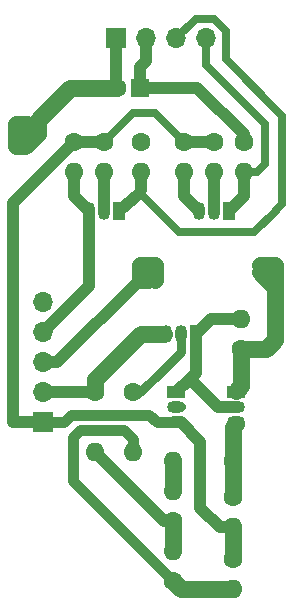
<source format=gbr>
G04 #@! TF.GenerationSoftware,KiCad,Pcbnew,(5.1.5)-3*
G04 #@! TF.CreationDate,2020-05-22T18:02:12+01:00*
G04 #@! TF.ProjectId,TSL2561,54534c32-3536-4312-9e6b-696361645f70,rev?*
G04 #@! TF.SameCoordinates,Original*
G04 #@! TF.FileFunction,Copper,L2,Bot*
G04 #@! TF.FilePolarity,Positive*
%FSLAX46Y46*%
G04 Gerber Fmt 4.6, Leading zero omitted, Abs format (unit mm)*
G04 Created by KiCad (PCBNEW (5.1.5)-3) date 2020-05-22 18:02:12*
%MOMM*%
%LPD*%
G04 APERTURE LIST*
%ADD10O,1.600000X1.600000*%
%ADD11C,1.600000*%
%ADD12O,1.700000X1.700000*%
%ADD13R,1.700000X1.700000*%
%ADD14R,1.050000X1.500000*%
%ADD15O,1.050000X1.500000*%
%ADD16R,1.500000X1.050000*%
%ADD17O,1.500000X1.050000*%
%ADD18R,1.600000X1.600000*%
%ADD19C,1.000000*%
%ADD20C,1.400000*%
%ADD21C,0.700000*%
%ADD22C,0.800000*%
%ADD23C,0.900000*%
G04 APERTURE END LIST*
D10*
X142875000Y-111760000D03*
D11*
X142875000Y-106680000D03*
D10*
X146050000Y-111760000D03*
D11*
X146050000Y-106680000D03*
D10*
X154559000Y-123317000D03*
D11*
X154559000Y-120777000D03*
D10*
X155194000Y-100457000D03*
D11*
X155194000Y-102997000D03*
D10*
X149479000Y-120142000D03*
D11*
X149479000Y-122682000D03*
D10*
X149479000Y-115062000D03*
D11*
X149479000Y-117602000D03*
D10*
X154559000Y-118110000D03*
D11*
X154559000Y-115570000D03*
D12*
X138430000Y-99060000D03*
X138430000Y-101600000D03*
X138430000Y-104140000D03*
X138430000Y-106680000D03*
D13*
X138430000Y-109220000D03*
D10*
X146747225Y-88011000D03*
D11*
X146747225Y-85471000D03*
D10*
X155448000Y-88011000D03*
D11*
X155448000Y-85471000D03*
D10*
X143637000Y-88011000D03*
D11*
X143637000Y-85471000D03*
D10*
X152908000Y-88011000D03*
D11*
X152908000Y-85471000D03*
D10*
X141097000Y-88011000D03*
D11*
X141097000Y-85471000D03*
D10*
X150368000Y-88011000D03*
D11*
X150368000Y-85471000D03*
D10*
X149479000Y-112522000D03*
D11*
X154559000Y-112522000D03*
D14*
X144907000Y-91313000D03*
D15*
X142367000Y-91313000D03*
X143637000Y-91313000D03*
D14*
X154178000Y-91313000D03*
D15*
X151638000Y-91313000D03*
X152908000Y-91313000D03*
D16*
X149733000Y-106680000D03*
D17*
X149733000Y-109220000D03*
X149733000Y-107950000D03*
D14*
X151384000Y-101727000D03*
D15*
X148844000Y-101727000D03*
X150114000Y-101727000D03*
D16*
X154813000Y-106680000D03*
D17*
X154813000Y-109220000D03*
X154813000Y-107950000D03*
D12*
X152273000Y-76708000D03*
X149733000Y-76708000D03*
X147193000Y-76708000D03*
D13*
X144653000Y-76708000D03*
D11*
X144685000Y-80899000D03*
D18*
X146685000Y-80899000D03*
D19*
X144653000Y-80867000D02*
X144685000Y-80899000D01*
X144653000Y-76708000D02*
X144653000Y-80867000D01*
X138430000Y-106680000D02*
X142875000Y-106680000D01*
D20*
X146696630Y-101727000D02*
X148688990Y-101727000D01*
X142875000Y-106680000D02*
X142875000Y-105548630D01*
X142875000Y-105548630D02*
X146696630Y-101727000D01*
X144685000Y-80899000D02*
X143553630Y-80899000D01*
X143553630Y-80899000D02*
X140716000Y-80899000D01*
X140716000Y-80899000D02*
X138023600Y-83591400D01*
X138023600Y-83591400D02*
X138023600Y-84759800D01*
X138023600Y-84759800D02*
X136956800Y-85826600D01*
X136956800Y-85826600D02*
X136220200Y-85826600D01*
X136220200Y-85826600D02*
X136194800Y-85801200D01*
X136194800Y-85801200D02*
X136194800Y-83972400D01*
X136194800Y-83972400D02*
X137058400Y-83972400D01*
X136194800Y-83972400D02*
X136245600Y-83972400D01*
X136245600Y-83972400D02*
X136982200Y-84709000D01*
D19*
X146685000Y-80899000D02*
X151511000Y-80899000D01*
X155448000Y-84836000D02*
X155448000Y-85471000D01*
X151511000Y-80899000D02*
X155448000Y-84836000D01*
X147193000Y-78591000D02*
X147193000Y-76708000D01*
X146685000Y-80899000D02*
X146685000Y-79099000D01*
X146685000Y-79099000D02*
X147193000Y-78591000D01*
D20*
X155194000Y-106143990D02*
X154813000Y-106524990D01*
X155194000Y-102997000D02*
X155194000Y-106143990D01*
X155194000Y-102997000D02*
X157353000Y-102997000D01*
X157353000Y-102997000D02*
X158115000Y-102235000D01*
X158115000Y-95885000D02*
X156845000Y-95885000D01*
X158115000Y-97790000D02*
X156845000Y-96520000D01*
X158115000Y-97790000D02*
X158115000Y-95885000D01*
X158115000Y-102235000D02*
X158115000Y-97790000D01*
D19*
X150368000Y-90043000D02*
X151638000Y-91313000D01*
X150368000Y-88011000D02*
X150368000Y-90043000D01*
X139632081Y-104140000D02*
X146617081Y-97155000D01*
X138430000Y-104140000D02*
X139632081Y-104140000D01*
D20*
X146617081Y-97155000D02*
X146617081Y-95952919D01*
X146617081Y-95952919D02*
X146685000Y-95885000D01*
X146685000Y-95885000D02*
X147955000Y-95885000D01*
X147955000Y-95885000D02*
X147955000Y-97155000D01*
X146617081Y-97155000D02*
X147320000Y-97155000D01*
D21*
X142367000Y-91186000D02*
X142367000Y-91313000D01*
D19*
X141097000Y-90043000D02*
X142367000Y-91313000D01*
X141097000Y-88011000D02*
X141097000Y-90043000D01*
X142367000Y-97663000D02*
X140970000Y-99060000D01*
X142367000Y-91313000D02*
X142367000Y-97663000D01*
X140970000Y-99060000D02*
X138430000Y-101600000D01*
D21*
X156579370Y-88011000D02*
X155448000Y-88011000D01*
X157226000Y-87364370D02*
X156579370Y-88011000D01*
X157226000Y-83947000D02*
X157226000Y-87364370D01*
X152273000Y-76708000D02*
X152273000Y-78994000D01*
X152273000Y-78994000D02*
X157226000Y-83947000D01*
D19*
X155448000Y-90043000D02*
X154178000Y-91313000D01*
X155448000Y-88011000D02*
X155448000Y-90043000D01*
X146747225Y-88011000D02*
X146747225Y-89472775D01*
X146747225Y-89472775D02*
X146685000Y-89789000D01*
X146685000Y-89789000D02*
X144907000Y-91313000D01*
D21*
X151384000Y-75057000D02*
X149733000Y-76708000D01*
X152908000Y-75057000D02*
X151384000Y-75057000D01*
X153924000Y-76073000D02*
X152908000Y-75057000D01*
X158700000Y-83262000D02*
X153924000Y-78486000D01*
X158700000Y-90700000D02*
X158700000Y-83262000D01*
X149987000Y-93091000D02*
X156337000Y-93091000D01*
X153924000Y-78486000D02*
X153924000Y-76073000D01*
X158126009Y-91273991D02*
X158700000Y-90700000D01*
X146685000Y-89789000D02*
X149987000Y-93091000D01*
X156337000Y-93091000D02*
X158126009Y-91301991D01*
X158126009Y-91301991D02*
X158126009Y-91273991D01*
D19*
X152908000Y-88011000D02*
X152908000Y-91313000D01*
X143637000Y-88011000D02*
X143637000Y-91313000D01*
X151384000Y-105029000D02*
X151384000Y-101727000D01*
X152654000Y-100457000D02*
X151384000Y-101727000D01*
X155194000Y-100457000D02*
X152654000Y-100457000D01*
X153244001Y-107905001D02*
X150876000Y-105537000D01*
X154260001Y-107905001D02*
X153244001Y-107905001D01*
X154305000Y-107950000D02*
X154260001Y-107905001D01*
X150876000Y-105537000D02*
X151384000Y-105029000D01*
X154813000Y-107950000D02*
X154305000Y-107950000D01*
X149733000Y-106680000D02*
X150876000Y-105537000D01*
D22*
X146685000Y-106680000D02*
X146050000Y-106680000D01*
X148590000Y-104775000D02*
X146685000Y-106680000D01*
X148616000Y-104775000D02*
X148590000Y-104775000D01*
X150114000Y-101727000D02*
X150114000Y-103277000D01*
X150114000Y-103277000D02*
X148616000Y-104775000D01*
D21*
X149733000Y-107950000D02*
X150208293Y-107950000D01*
D20*
X149479000Y-115062000D02*
X149479000Y-112522000D01*
X154559000Y-109629010D02*
X154813000Y-109375010D01*
X154559000Y-112522000D02*
X154559000Y-109629010D01*
X154559000Y-112522000D02*
X154559000Y-115570000D01*
D21*
X146050000Y-83058000D02*
X143637000Y-85471000D01*
X150368000Y-85471000D02*
X147955000Y-83058000D01*
X147955000Y-83058000D02*
X146050000Y-83058000D01*
D19*
X152908000Y-85471000D02*
X150368000Y-85471000D01*
X141097000Y-85471000D02*
X143637000Y-85471000D01*
D20*
X154559000Y-120777000D02*
X154559000Y-118110000D01*
D19*
X151765000Y-116447370D02*
X151765000Y-110871000D01*
X151765000Y-110871000D02*
X150114000Y-109220000D01*
X154559000Y-118110000D02*
X153427630Y-118110000D01*
X150114000Y-109220000D02*
X149733000Y-109220000D01*
X153427630Y-118110000D02*
X151765000Y-116447370D01*
X141097000Y-85471000D02*
X135890000Y-90678000D01*
X135890000Y-90678000D02*
X135890000Y-109220000D01*
X135890000Y-109220000D02*
X138430000Y-109220000D01*
D23*
X148083000Y-109220000D02*
X147448000Y-108585000D01*
X149733000Y-109220000D02*
X148083000Y-109220000D01*
X140180000Y-109220000D02*
X140815000Y-108585000D01*
X140815000Y-108585000D02*
X147448000Y-108585000D01*
X138430000Y-109220000D02*
X140180000Y-109220000D01*
D20*
X150114000Y-123317000D02*
X149479000Y-122682000D01*
X154559000Y-123317000D02*
X150114000Y-123317000D01*
D23*
X140970000Y-114173000D02*
X149479000Y-122682000D01*
X146050000Y-110628630D02*
X145276370Y-109855000D01*
X146050000Y-111760000D02*
X146050000Y-110628630D01*
X145276370Y-109855000D02*
X141605000Y-109855000D01*
X141605000Y-109855000D02*
X140970000Y-110490000D01*
X140970000Y-110490000D02*
X140970000Y-114173000D01*
D20*
X149479000Y-117602000D02*
X149479000Y-120142000D01*
D19*
X148717000Y-117602000D02*
X142875000Y-111760000D01*
X149479000Y-117602000D02*
X148717000Y-117602000D01*
M02*

</source>
